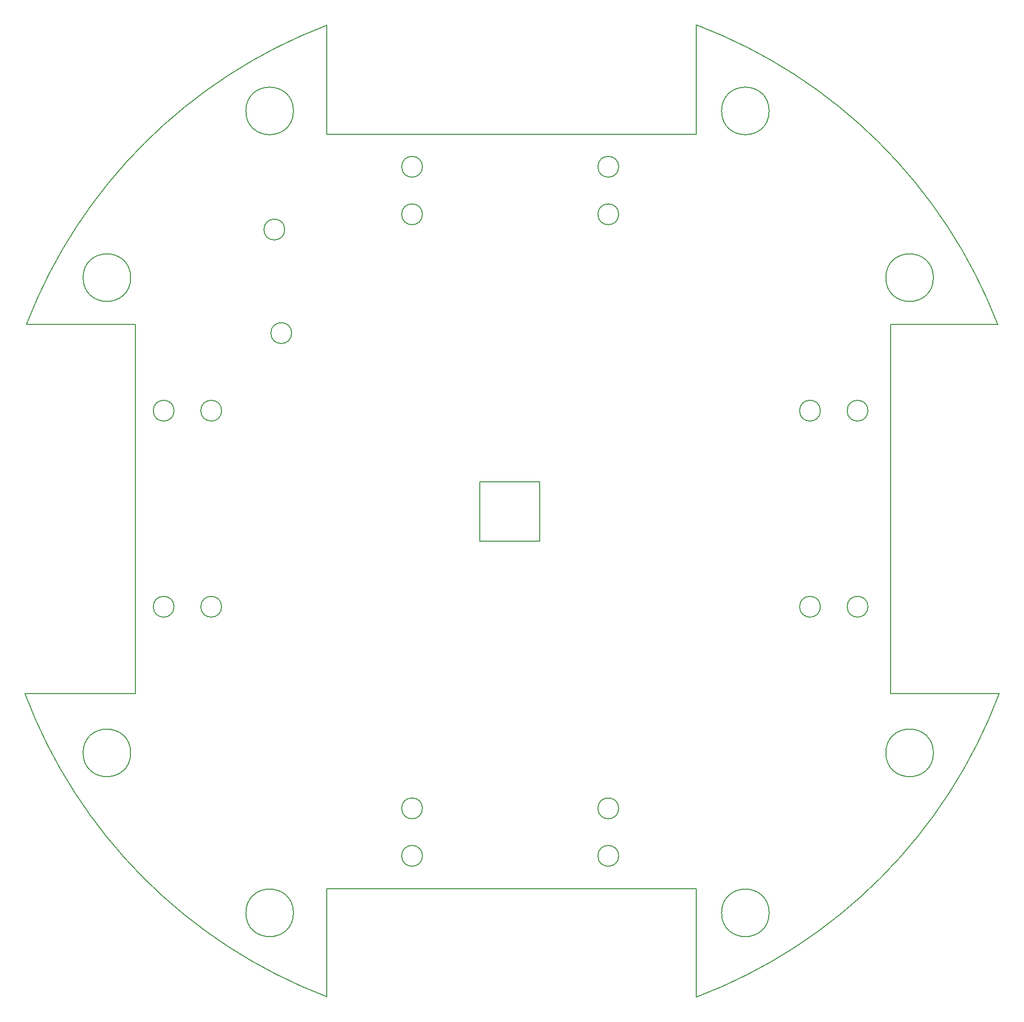
<source format=gm1>
%TF.GenerationSoftware,KiCad,Pcbnew,8.0.5*%
%TF.CreationDate,2024-11-19T17:17:42-05:00*%
%TF.ProjectId,RoboCup25PCBv1,526f626f-4375-4703-9235-50434276312e,rev?*%
%TF.SameCoordinates,Original*%
%TF.FileFunction,Profile,NP*%
%FSLAX46Y46*%
G04 Gerber Fmt 4.6, Leading zero omitted, Abs format (unit mm)*
G04 Created by KiCad (PCBNEW 8.0.5) date 2024-11-19 17:17:42*
%MOMM*%
%LPD*%
G01*
G04 APERTURE LIST*
%TA.AperFunction,Profile*%
%ADD10C,0.200000*%
%TD*%
G04 APERTURE END LIST*
D10*
X292171784Y-270081270D02*
X292171784Y-251918500D01*
X375196255Y-171434831D02*
G75*
G02*
X371696255Y-171434831I-1750000J0D01*
G01*
X371696255Y-171434831D02*
G75*
G02*
X375196255Y-171434831I1750000J0D01*
G01*
X354334784Y-251918500D02*
X354334784Y-270149252D01*
X405257850Y-219081500D02*
G75*
G02*
X354334783Y-270149250I-81915110J30759760D01*
G01*
X354334784Y-106494220D02*
X354334784Y-124918500D01*
X394200077Y-229041949D02*
G75*
G02*
X386200077Y-229041949I-4000000J0D01*
G01*
X386200077Y-229041949D02*
G75*
G02*
X394200077Y-229041949I4000000J0D01*
G01*
X260000000Y-156918500D02*
X260000000Y-219081500D01*
X241672133Y-156918500D02*
G75*
G02*
X292171783Y-106562196I81670587J-31403220D01*
G01*
X327951844Y-193403322D02*
X317951844Y-193403322D01*
X375196255Y-204434831D02*
G75*
G02*
X371696255Y-204434831I-1750000J0D01*
G01*
X371696255Y-204434831D02*
G75*
G02*
X375196255Y-204434831I1750000J0D01*
G01*
X259200077Y-229041949D02*
G75*
G02*
X251200077Y-229041949I-4000000J0D01*
G01*
X251200077Y-229041949D02*
G75*
G02*
X259200077Y-229041949I4000000J0D01*
G01*
X266496255Y-171434831D02*
G75*
G02*
X262996255Y-171434831I-1750000J0D01*
G01*
X262996255Y-171434831D02*
G75*
G02*
X266496255Y-171434831I1750000J0D01*
G01*
X286274999Y-158375877D02*
G75*
G02*
X282774999Y-158375877I-1750000J0D01*
G01*
X282774999Y-158375877D02*
G75*
G02*
X286274999Y-158375877I1750000J0D01*
G01*
X341274999Y-238375877D02*
G75*
G02*
X337774999Y-238375877I-1750000J0D01*
G01*
X337774999Y-238375877D02*
G75*
G02*
X341274999Y-238375877I1750000J0D01*
G01*
X260000000Y-219081500D02*
X241427614Y-219081500D01*
X308274999Y-246375877D02*
G75*
G02*
X304774999Y-246375877I-1750000J0D01*
G01*
X304774999Y-246375877D02*
G75*
G02*
X308274999Y-246375877I1750000J0D01*
G01*
X308274999Y-138375877D02*
G75*
G02*
X304774999Y-138375877I-1750000J0D01*
G01*
X304774999Y-138375877D02*
G75*
G02*
X308274999Y-138375877I1750000J0D01*
G01*
X266496255Y-204434831D02*
G75*
G02*
X262996255Y-204434831I-1750000J0D01*
G01*
X262996255Y-204434831D02*
G75*
G02*
X266496255Y-204434831I1750000J0D01*
G01*
X285115524Y-140943664D02*
G75*
G02*
X281615524Y-140943664I-1750000J0D01*
G01*
X281615524Y-140943664D02*
G75*
G02*
X285115524Y-140943664I1750000J0D01*
G01*
X383196255Y-171434831D02*
G75*
G02*
X379696255Y-171434831I-1750000J0D01*
G01*
X379696255Y-171434831D02*
G75*
G02*
X383196255Y-171434831I1750000J0D01*
G01*
X354334784Y-106494220D02*
G75*
G02*
X405013330Y-156918500I-30992034J-81827500D01*
G01*
X292171784Y-251918500D02*
X354334784Y-251918500D01*
X308274999Y-130375877D02*
G75*
G02*
X304774999Y-130375877I-1750000J0D01*
G01*
X304774999Y-130375877D02*
G75*
G02*
X308274999Y-130375877I1750000J0D01*
G01*
X292171784Y-270081270D02*
G75*
G02*
X241427611Y-219081501I31170916J81759510D01*
G01*
X341274999Y-246375877D02*
G75*
G02*
X337774999Y-246375877I-1750000J0D01*
G01*
X337774999Y-246375877D02*
G75*
G02*
X341274999Y-246375877I1750000J0D01*
G01*
X327951844Y-183403322D02*
X327951844Y-193403322D01*
X286576645Y-120975717D02*
G75*
G02*
X278576645Y-120975717I-4000000J0D01*
G01*
X278576645Y-120975717D02*
G75*
G02*
X286576645Y-120975717I4000000J0D01*
G01*
X274496255Y-171434831D02*
G75*
G02*
X270996255Y-171434831I-1750000J0D01*
G01*
X270996255Y-171434831D02*
G75*
G02*
X274496255Y-171434831I1750000J0D01*
G01*
X405257850Y-219081500D02*
X387000000Y-219081500D01*
X341274999Y-130375877D02*
G75*
G02*
X337774999Y-130375877I-1750000J0D01*
G01*
X337774999Y-130375877D02*
G75*
G02*
X341274999Y-130375877I1750000J0D01*
G01*
X366576645Y-120975717D02*
G75*
G02*
X358576645Y-120975717I-4000000J0D01*
G01*
X358576645Y-120975717D02*
G75*
G02*
X366576645Y-120975717I4000000J0D01*
G01*
X292171784Y-124918500D02*
X292171784Y-106562198D01*
X387000000Y-156918500D02*
X405013330Y-156918500D01*
X341274999Y-138375877D02*
G75*
G02*
X337774999Y-138375877I-1750000J0D01*
G01*
X337774999Y-138375877D02*
G75*
G02*
X341274999Y-138375877I1750000J0D01*
G01*
X259200077Y-149041949D02*
G75*
G02*
X251200077Y-149041949I-4000000J0D01*
G01*
X251200077Y-149041949D02*
G75*
G02*
X259200077Y-149041949I4000000J0D01*
G01*
X317951844Y-193403322D02*
X317951844Y-183403322D01*
X274496255Y-204434831D02*
G75*
G02*
X270996255Y-204434831I-1750000J0D01*
G01*
X270996255Y-204434831D02*
G75*
G02*
X274496255Y-204434831I1750000J0D01*
G01*
X383196255Y-204434831D02*
G75*
G02*
X379696255Y-204434831I-1750000J0D01*
G01*
X379696255Y-204434831D02*
G75*
G02*
X383196255Y-204434831I1750000J0D01*
G01*
X387000000Y-219081500D02*
X387000000Y-156918500D01*
X366576645Y-255975717D02*
G75*
G02*
X358576645Y-255975717I-4000000J0D01*
G01*
X358576645Y-255975717D02*
G75*
G02*
X366576645Y-255975717I4000000J0D01*
G01*
X354334784Y-124918500D02*
X292171784Y-124918500D01*
X286576645Y-255975717D02*
G75*
G02*
X278576645Y-255975717I-4000000J0D01*
G01*
X278576645Y-255975717D02*
G75*
G02*
X286576645Y-255975717I4000000J0D01*
G01*
X317951844Y-183403322D02*
X327951844Y-183403322D01*
X308274999Y-238375877D02*
G75*
G02*
X304774999Y-238375877I-1750000J0D01*
G01*
X304774999Y-238375877D02*
G75*
G02*
X308274999Y-238375877I1750000J0D01*
G01*
X241672133Y-156918500D02*
X260000000Y-156918500D01*
X394200077Y-149041949D02*
G75*
G02*
X386200077Y-149041949I-4000000J0D01*
G01*
X386200077Y-149041949D02*
G75*
G02*
X394200077Y-149041949I4000000J0D01*
G01*
M02*

</source>
